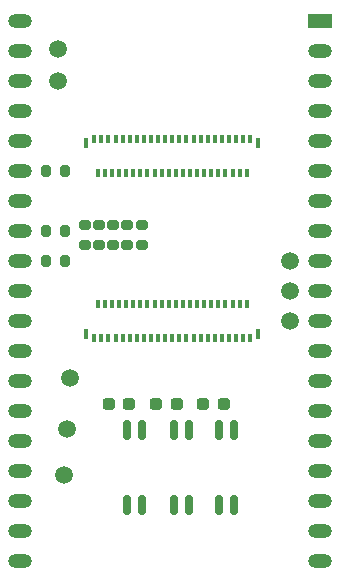
<source format=gbr>
%TF.GenerationSoftware,KiCad,Pcbnew,7.0.5-0*%
%TF.CreationDate,2023-06-28T16:51:41-07:00*%
%TF.ProjectId,SLM-VERA,534c4d2d-5645-4524-912e-6b696361645f,rev?*%
%TF.SameCoordinates,PX5f5d2a1PY5f5eba0*%
%TF.FileFunction,Soldermask,Top*%
%TF.FilePolarity,Negative*%
%FSLAX46Y46*%
G04 Gerber Fmt 4.6, Leading zero omitted, Abs format (unit mm)*
G04 Created by KiCad (PCBNEW 7.0.5-0) date 2023-06-28 16:51:41*
%MOMM*%
%LPD*%
G01*
G04 APERTURE LIST*
G04 Aperture macros list*
%AMRoundRect*
0 Rectangle with rounded corners*
0 $1 Rounding radius*
0 $2 $3 $4 $5 $6 $7 $8 $9 X,Y pos of 4 corners*
0 Add a 4 corners polygon primitive as box body*
4,1,4,$2,$3,$4,$5,$6,$7,$8,$9,$2,$3,0*
0 Add four circle primitives for the rounded corners*
1,1,$1+$1,$2,$3*
1,1,$1+$1,$4,$5*
1,1,$1+$1,$6,$7*
1,1,$1+$1,$8,$9*
0 Add four rect primitives between the rounded corners*
20,1,$1+$1,$2,$3,$4,$5,0*
20,1,$1+$1,$4,$5,$6,$7,0*
20,1,$1+$1,$6,$7,$8,$9,0*
20,1,$1+$1,$8,$9,$2,$3,0*%
G04 Aperture macros list end*
%ADD10RoundRect,0.200000X-0.200000X-0.275000X0.200000X-0.275000X0.200000X0.275000X-0.200000X0.275000X0*%
%ADD11RoundRect,0.200000X0.275000X-0.200000X0.275000X0.200000X-0.275000X0.200000X-0.275000X-0.200000X0*%
%ADD12RoundRect,0.237500X-0.287500X-0.237500X0.287500X-0.237500X0.287500X0.237500X-0.287500X0.237500X0*%
%ADD13RoundRect,0.150000X-0.150000X0.662500X-0.150000X-0.662500X0.150000X-0.662500X0.150000X0.662500X0*%
%ADD14C,1.500000*%
%ADD15R,0.300000X0.800000*%
%ADD16R,0.300000X0.650000*%
%ADD17R,0.400000X0.950000*%
%ADD18R,2.000000X1.200000*%
%ADD19O,2.000000X1.200000*%
G04 APERTURE END LIST*
D10*
%TO.C,R1*%
X3671399Y26520000D03*
X5321399Y26520000D03*
%TD*%
D11*
%TO.C,R4*%
X11800000Y27875000D03*
X11800000Y29525000D03*
%TD*%
D12*
%TO.C,D3*%
X18775000Y14387500D03*
X17025000Y14387500D03*
%TD*%
D13*
%TO.C,U2*%
X15835000Y5812500D03*
X14565000Y5812500D03*
X14565000Y12187500D03*
X15835000Y12187500D03*
%TD*%
D12*
%TO.C,D1*%
X10775000Y14387500D03*
X9025000Y14387500D03*
%TD*%
D11*
%TO.C,R6*%
X9400000Y27875000D03*
X9400000Y29525000D03*
%TD*%
D13*
%TO.C,U3*%
X19635000Y5812500D03*
X18365000Y5812500D03*
X18365000Y12187500D03*
X19635000Y12187500D03*
%TD*%
D14*
%TO.C,~{LED3}*%
X5700000Y16600000D03*
%TD*%
D10*
%TO.C,R2*%
X3674999Y29020000D03*
X5324999Y29020000D03*
%TD*%
D14*
%TO.C,~{LASER2}*%
X24396141Y23946417D03*
%TD*%
D15*
%TO.C,J1*%
X21000000Y20025000D03*
D16*
X20700000Y22900000D03*
D15*
X20400000Y20025000D03*
D16*
X20100000Y22900000D03*
D15*
X19800000Y20025000D03*
D16*
X19500000Y22900000D03*
D15*
X19200000Y20025000D03*
D16*
X18900000Y22900000D03*
D15*
X18600000Y20025000D03*
D16*
X18300000Y22900000D03*
D15*
X18000000Y20025000D03*
D16*
X17700000Y22900000D03*
D15*
X17400000Y20025000D03*
D16*
X17100000Y22900000D03*
D15*
X16800000Y20025000D03*
D16*
X16500000Y22900000D03*
D15*
X16200000Y20025000D03*
D16*
X15900000Y22900000D03*
D15*
X15600000Y20025000D03*
D16*
X15300000Y22900000D03*
D15*
X15000000Y20025000D03*
D16*
X14700000Y22900000D03*
D15*
X14400000Y20025000D03*
D16*
X14100000Y22900000D03*
D15*
X13800000Y20025000D03*
D16*
X13500000Y22900000D03*
D15*
X13200000Y20025000D03*
D16*
X12900000Y22900000D03*
D15*
X12600000Y20025000D03*
D16*
X12300000Y22900000D03*
D15*
X12000000Y20025000D03*
D16*
X11700000Y22900000D03*
D15*
X11400000Y20025000D03*
D16*
X11100000Y22900000D03*
D15*
X10800000Y20025000D03*
D16*
X10500000Y22900000D03*
D15*
X10200000Y20025000D03*
D16*
X9900000Y22900000D03*
D15*
X9600000Y20025000D03*
D16*
X9300000Y22900000D03*
D15*
X9000000Y20025000D03*
D16*
X8700000Y22900000D03*
D15*
X8400000Y20025000D03*
D16*
X8100000Y22900000D03*
D15*
X7800000Y20025000D03*
D17*
X21700000Y20300000D03*
X7100000Y20300000D03*
%TD*%
D11*
%TO.C,R8*%
X7000000Y27875000D03*
X7000000Y29525000D03*
%TD*%
D15*
%TO.C,J2*%
X7800000Y36800000D03*
D16*
X8100000Y33925000D03*
D15*
X8400000Y36800000D03*
D16*
X8700000Y33925000D03*
D15*
X9000000Y36800000D03*
D16*
X9300000Y33925000D03*
D15*
X9600000Y36800000D03*
D16*
X9900000Y33925000D03*
D15*
X10200000Y36800000D03*
D16*
X10500000Y33925000D03*
D15*
X10800000Y36800000D03*
D16*
X11100000Y33925000D03*
D15*
X11400000Y36800000D03*
D16*
X11700000Y33925000D03*
D15*
X12000000Y36800000D03*
D16*
X12300000Y33925000D03*
D15*
X12600000Y36800000D03*
D16*
X12900000Y33925000D03*
D15*
X13200000Y36800000D03*
D16*
X13500000Y33925000D03*
D15*
X13800000Y36800000D03*
D16*
X14100000Y33925000D03*
D15*
X14400000Y36800000D03*
D16*
X14700000Y33925000D03*
D15*
X15000000Y36800000D03*
D16*
X15300000Y33925000D03*
D15*
X15600000Y36800000D03*
D16*
X15900000Y33925000D03*
D15*
X16200000Y36800000D03*
D16*
X16500000Y33925000D03*
D15*
X16800000Y36800000D03*
D16*
X17100000Y33925000D03*
D15*
X17400000Y36800000D03*
D16*
X17700000Y33925000D03*
D15*
X18000000Y36800000D03*
D16*
X18300000Y33925000D03*
D15*
X18600000Y36800000D03*
D16*
X18900000Y33925000D03*
D15*
X19200000Y36800000D03*
D16*
X19500000Y33925000D03*
D15*
X19800000Y36800000D03*
D16*
X20100000Y33925000D03*
D15*
X20400000Y36800000D03*
D16*
X20700000Y33925000D03*
D15*
X21000000Y36800000D03*
D17*
X7100000Y36525000D03*
X21700000Y36525000D03*
%TD*%
D14*
%TO.C,STROBE*%
X4699999Y41720000D03*
%TD*%
D11*
%TO.C,R7*%
X8200000Y27875000D03*
X8200000Y29525000D03*
%TD*%
D14*
%TO.C,~{LASER1}*%
X24400000Y26500000D03*
%TD*%
D12*
%TO.C,D2*%
X13025000Y14387500D03*
X14775000Y14387500D03*
%TD*%
D14*
%TO.C,~{LED1}*%
X5200000Y8400000D03*
%TD*%
D13*
%TO.C,U1*%
X11835000Y5812500D03*
X10565000Y5812500D03*
X10565000Y12187500D03*
X11835000Y12187500D03*
%TD*%
D11*
%TO.C,R5*%
X10600000Y27875000D03*
X10600000Y29525000D03*
%TD*%
D14*
%TO.C,TRIGGER*%
X4699999Y44420000D03*
%TD*%
%TO.C,~{LASER3}*%
X24400000Y21400000D03*
%TD*%
%TO.C,~{LED2}*%
X5500000Y12300000D03*
%TD*%
D10*
%TO.C,R3*%
X3674999Y34120000D03*
X5324999Y34120000D03*
%TD*%
D18*
%TO.C,U4*%
X26899999Y46820000D03*
D19*
X26899999Y44280000D03*
X26899999Y41740000D03*
X26899999Y39200000D03*
X26899999Y36660000D03*
X26899999Y34120000D03*
X26899999Y31580000D03*
X26899999Y29040000D03*
X26899999Y26500000D03*
X26899999Y23960000D03*
X26899999Y21420000D03*
X26899999Y18880000D03*
X26899999Y16340000D03*
X26899999Y13800000D03*
X26899999Y11260000D03*
X26899999Y8720000D03*
X26899999Y6180000D03*
X26899999Y3640000D03*
X26899999Y1100000D03*
X1503679Y1102720D03*
X1503679Y3642720D03*
X1499999Y6180000D03*
X1499999Y8720000D03*
X1499999Y11260000D03*
X1499999Y13800000D03*
X1499999Y16340000D03*
X1499999Y18880000D03*
X1499999Y21420000D03*
X1499999Y23960000D03*
X1499999Y26500000D03*
X1499999Y29040000D03*
X1499999Y31580000D03*
X1499999Y34120000D03*
X1499999Y36660000D03*
X1499999Y39200000D03*
X1499999Y41740000D03*
X1499999Y44280000D03*
X1499999Y46820000D03*
%TD*%
M02*

</source>
